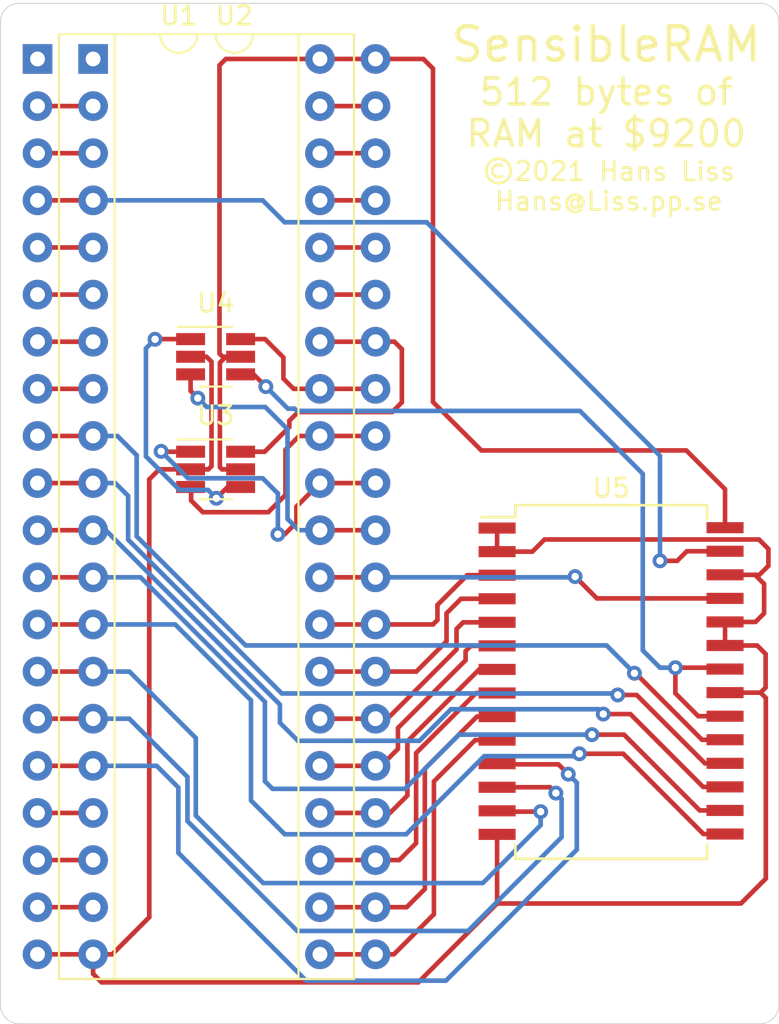
<source format=kicad_pcb>
(kicad_pcb (version 20171130) (host pcbnew "(5.1.10)-1")

  (general
    (thickness 1.6)
    (drawings 11)
    (tracks 312)
    (zones 0)
    (modules 5)
    (nets 42)
  )

  (page A4)
  (layers
    (0 F.Cu signal)
    (31 B.Cu signal)
    (32 B.Adhes user)
    (33 F.Adhes user)
    (34 B.Paste user)
    (35 F.Paste user)
    (36 B.SilkS user)
    (37 F.SilkS user)
    (38 B.Mask user)
    (39 F.Mask user)
    (40 Dwgs.User user)
    (41 Cmts.User user)
    (42 Eco1.User user)
    (43 Eco2.User user)
    (44 Edge.Cuts user)
    (45 Margin user)
    (46 B.CrtYd user)
    (47 F.CrtYd user)
    (48 B.Fab user)
    (49 F.Fab user)
  )

  (setup
    (last_trace_width 0.25)
    (trace_clearance 0.2)
    (zone_clearance 0.508)
    (zone_45_only no)
    (trace_min 0.2)
    (via_size 0.8)
    (via_drill 0.4)
    (via_min_size 0.4)
    (via_min_drill 0.3)
    (uvia_size 0.3)
    (uvia_drill 0.1)
    (uvias_allowed no)
    (uvia_min_size 0.2)
    (uvia_min_drill 0.1)
    (edge_width 0.05)
    (segment_width 0.2)
    (pcb_text_width 0.3)
    (pcb_text_size 1.5 1.5)
    (mod_edge_width 0.12)
    (mod_text_size 1 1)
    (mod_text_width 0.15)
    (pad_size 1.524 1.524)
    (pad_drill 0.762)
    (pad_to_mask_clearance 0)
    (aux_axis_origin 0 0)
    (visible_elements 7FFFFFFF)
    (pcbplotparams
      (layerselection 0x010fc_ffffffff)
      (usegerberextensions false)
      (usegerberattributes true)
      (usegerberadvancedattributes true)
      (creategerberjobfile true)
      (excludeedgelayer true)
      (linewidth 0.100000)
      (plotframeref false)
      (viasonmask false)
      (mode 1)
      (useauxorigin false)
      (hpglpennumber 1)
      (hpglpenspeed 20)
      (hpglpendiameter 15.000000)
      (psnegative false)
      (psa4output false)
      (plotreference true)
      (plotvalue true)
      (plotinvisibletext false)
      (padsonsilk false)
      (subtractmaskfromsilk false)
      (outputformat 1)
      (mirror false)
      (drillshape 0)
      (scaleselection 1)
      (outputdirectory "Gerber"))
  )

  (net 0 "")
  (net 1 VCC)
  (net 2 GND)
  (net 3 /P1)
  (net 4 /Aud)
  (net 5 /P2)
  (net 6 /PotY)
  (net 7 /LPen)
  (net 8 /PotX)
  (net 9 /PP2)
  (net 10 /D0)
  (net 11 /PP1)
  (net 12 /D1)
  (net 13 /A13)
  (net 14 /D2)
  (net 15 /A12)
  (net 16 /D3)
  (net 17 /A11)
  (net 18 /D4)
  (net 19 /A10)
  (net 20 /D5)
  (net 21 /A9)
  (net 22 /D6)
  (net 23 /A8)
  (net 24 /D7)
  (net 25 /A7)
  (net 26 /VD8)
  (net 27 /A6)
  (net 28 /VD9)
  (net 29 /A5)
  (net 30 /VD10)
  (net 31 /A4)
  (net 32 /VD11)
  (net 33 /A3)
  (net 34 /R~W)
  (net 35 /A2)
  (net 36 /LMS)
  (net 37 /A1)
  (net 38 /Chrm)
  (net 39 /A0)
  (net 40 "Net-(U3-Pad4)")
  (net 41 MSel)

  (net_class Default "This is the default net class."
    (clearance 0.2)
    (trace_width 0.25)
    (via_dia 0.8)
    (via_drill 0.4)
    (uvia_dia 0.3)
    (uvia_drill 0.1)
    (add_net /A0)
    (add_net /A1)
    (add_net /A10)
    (add_net /A11)
    (add_net /A12)
    (add_net /A13)
    (add_net /A2)
    (add_net /A3)
    (add_net /A4)
    (add_net /A5)
    (add_net /A6)
    (add_net /A7)
    (add_net /A8)
    (add_net /A9)
    (add_net /Aud)
    (add_net /Chrm)
    (add_net /D0)
    (add_net /D1)
    (add_net /D2)
    (add_net /D3)
    (add_net /D4)
    (add_net /D5)
    (add_net /D6)
    (add_net /D7)
    (add_net /LMS)
    (add_net /LPen)
    (add_net /P1)
    (add_net /P2)
    (add_net /PP1)
    (add_net /PP2)
    (add_net /PotX)
    (add_net /PotY)
    (add_net /R~W)
    (add_net /VD10)
    (add_net /VD11)
    (add_net /VD8)
    (add_net /VD9)
    (add_net GND)
    (add_net MSel)
    (add_net "Net-(U3-Pad4)")
    (add_net VCC)
  )

  (module VIC-20:SOP-28W_330mil_Pitch1.27mm (layer F.Cu) (tedit 613B38CD) (tstamp 613B2C36)
    (at 163.96 116.58)
    (descr "28-Lead Plastic Small Outline (SO) - Wide, 7.50 mm X 18.7 mm Body [SOIC] (https://www.akm.com/akm/en/file/datasheet/AK5394AVS.pdf)")
    (tags "SOIC 1.27")
    (path /614A9396)
    (attr smd)
    (fp_text reference U5 (at 0 -10.45) (layer F.SilkS)
      (effects (font (size 1 1) (thickness 0.15)))
    )
    (fp_text value CY62256-70PC (at 0 10.45) (layer F.Fab)
      (effects (font (size 1 1) (thickness 0.15)))
    )
    (fp_line (start -5.175 -8.875) (end -7 -8.875) (layer F.SilkS) (width 0.15))
    (fp_line (start -5.175 9.525) (end 5.175 9.525) (layer F.SilkS) (width 0.15))
    (fp_line (start -5.175 -9.525) (end 5.175 -9.525) (layer F.SilkS) (width 0.15))
    (fp_line (start -5.175 9.525) (end -5.175 8.78) (layer F.SilkS) (width 0.15))
    (fp_line (start 5.175 9.525) (end 5.175 8.78) (layer F.SilkS) (width 0.15))
    (fp_line (start 5.175 -9.525) (end 5.175 -8.78) (layer F.SilkS) (width 0.15))
    (fp_line (start -5.175 -9.525) (end -5.175 -8.875) (layer F.SilkS) (width 0.15))
    (fp_line (start -7.25 9.7) (end 7.25 9.7) (layer F.CrtYd) (width 0.05))
    (fp_line (start -7.25 -9.7) (end 7.25 -9.7) (layer F.CrtYd) (width 0.05))
    (fp_line (start 7.25 -9.7) (end 7.25 9.7) (layer F.CrtYd) (width 0.05))
    (fp_line (start -7.25 -9.7) (end -7.25 9.7) (layer F.CrtYd) (width 0.05))
    (fp_line (start -5.05 -8.25) (end -4.05 -9.25) (layer F.Fab) (width 0.15))
    (fp_line (start -5.05 9.25) (end -5.05 -8.25) (layer F.Fab) (width 0.15))
    (fp_line (start 5.05 9.25) (end -5.05 9.25) (layer F.Fab) (width 0.15))
    (fp_line (start 5.05 -9.25) (end 5.05 9.25) (layer F.Fab) (width 0.15))
    (fp_line (start -4.05 -9.25) (end 5.05 -9.25) (layer F.Fab) (width 0.15))
    (fp_text user %R (at 0 0) (layer F.Fab)
      (effects (font (size 1 1) (thickness 0.15)))
    )
    (pad 1 smd rect (at -6.16 -8.295) (size 2 0.6) (layers F.Cu F.Paste F.Mask)
      (net 2 GND))
    (pad 2 smd rect (at -6.16 -7.025) (size 2 0.6) (layers F.Cu F.Paste F.Mask)
      (net 2 GND))
    (pad 3 smd rect (at -6.16 -5.755) (size 2 0.6) (layers F.Cu F.Paste F.Mask)
      (net 25 /A7))
    (pad 4 smd rect (at -6.16 -4.485) (size 2 0.6) (layers F.Cu F.Paste F.Mask)
      (net 27 /A6))
    (pad 5 smd rect (at -6.16 -3.215) (size 2 0.6) (layers F.Cu F.Paste F.Mask)
      (net 29 /A5))
    (pad 6 smd rect (at -6.16 -1.945) (size 2 0.6) (layers F.Cu F.Paste F.Mask)
      (net 31 /A4))
    (pad 7 smd rect (at -6.16 -0.675) (size 2 0.6) (layers F.Cu F.Paste F.Mask)
      (net 33 /A3))
    (pad 8 smd rect (at -6.16 0.595) (size 2 0.6) (layers F.Cu F.Paste F.Mask)
      (net 35 /A2))
    (pad 9 smd rect (at -6.16 1.865) (size 2 0.6) (layers F.Cu F.Paste F.Mask)
      (net 37 /A1))
    (pad 10 smd rect (at -6.16 3.135) (size 2 0.6) (layers F.Cu F.Paste F.Mask)
      (net 39 /A0))
    (pad 11 smd rect (at -6.16 4.405) (size 2 0.6) (layers F.Cu F.Paste F.Mask)
      (net 10 /D0))
    (pad 12 smd rect (at -6.16 5.675) (size 2 0.6) (layers F.Cu F.Paste F.Mask)
      (net 12 /D1))
    (pad 13 smd rect (at -6.16 6.945) (size 2 0.6) (layers F.Cu F.Paste F.Mask)
      (net 14 /D2))
    (pad 14 smd rect (at -6.16 8.215) (size 2 0.6) (layers F.Cu F.Paste F.Mask)
      (net 2 GND))
    (pad 15 smd rect (at 6.14 8.195) (size 2 0.6) (layers F.Cu F.Paste F.Mask)
      (net 16 /D3))
    (pad 16 smd rect (at 6.14 6.925) (size 2 0.6) (layers F.Cu F.Paste F.Mask)
      (net 18 /D4))
    (pad 17 smd rect (at 6.14 5.655) (size 2 0.6) (layers F.Cu F.Paste F.Mask)
      (net 20 /D5))
    (pad 18 smd rect (at 6.14 4.385) (size 2 0.6) (layers F.Cu F.Paste F.Mask)
      (net 22 /D6))
    (pad 19 smd rect (at 6.14 3.115) (size 2 0.6) (layers F.Cu F.Paste F.Mask)
      (net 24 /D7))
    (pad 20 smd rect (at 6.14 1.845) (size 2 0.6) (layers F.Cu F.Paste F.Mask)
      (net 41 MSel))
    (pad 21 smd rect (at 6.14 0.575) (size 2 0.6) (layers F.Cu F.Paste F.Mask)
      (net 2 GND))
    (pad 22 smd rect (at 6.14 -0.695) (size 2 0.6) (layers F.Cu F.Paste F.Mask)
      (net 41 MSel))
    (pad 23 smd rect (at 6.14 -1.965) (size 2 0.6) (layers F.Cu F.Paste F.Mask)
      (net 2 GND))
    (pad 24 smd rect (at 6.14 -3.235) (size 2 0.6) (layers F.Cu F.Paste F.Mask)
      (net 2 GND))
    (pad 25 smd rect (at 6.14 -4.505) (size 2 0.6) (layers F.Cu F.Paste F.Mask)
      (net 23 /A8))
    (pad 26 smd rect (at 6.14 -5.775) (size 2 0.6) (layers F.Cu F.Paste F.Mask)
      (net 2 GND))
    (pad 27 smd rect (at 6.14 -7.045) (size 2 0.6) (layers F.Cu F.Paste F.Mask)
      (net 34 /R~W))
    (pad 28 smd rect (at 6.14 -8.315) (size 2 0.6) (layers F.Cu F.Paste F.Mask)
      (net 1 VCC))
    (model ${KISYS3DMOD}/Housings_SOIC.3dshapes/SOIC-28W_7.5x18.7mm_Pitch1.27mm.wrl
      (at (xyz 0 0 0))
      (scale (xyz 1 1 1))
      (rotate (xyz 0 0 0))
    )
  )

  (module TO_SOT_Packages_SMD:SOT-23-6_Handsoldering (layer F.Cu) (tedit 58CE4E7E) (tstamp 613B2BEF)
    (at 142.61 105.12)
    (descr "6-pin SOT-23 package, Handsoldering")
    (tags "SOT-23-6 Handsoldering")
    (path /6179A10B)
    (attr smd)
    (fp_text reference U3 (at 0 -2.9) (layer F.SilkS)
      (effects (font (size 1 1) (thickness 0.15)))
    )
    (fp_text value SN74LVC1G27DBVR (at 0 2.9) (layer F.Fab)
      (effects (font (size 1 1) (thickness 0.15)))
    )
    (fp_line (start -0.9 1.61) (end 0.9 1.61) (layer F.SilkS) (width 0.12))
    (fp_line (start 0.9 -1.61) (end -2.05 -1.61) (layer F.SilkS) (width 0.12))
    (fp_line (start -2.4 1.8) (end -2.4 -1.8) (layer F.CrtYd) (width 0.05))
    (fp_line (start 2.4 1.8) (end -2.4 1.8) (layer F.CrtYd) (width 0.05))
    (fp_line (start 2.4 -1.8) (end 2.4 1.8) (layer F.CrtYd) (width 0.05))
    (fp_line (start -2.4 -1.8) (end 2.4 -1.8) (layer F.CrtYd) (width 0.05))
    (fp_line (start -0.9 -0.9) (end -0.25 -1.55) (layer F.Fab) (width 0.1))
    (fp_line (start 0.9 -1.55) (end -0.25 -1.55) (layer F.Fab) (width 0.1))
    (fp_line (start -0.9 -0.9) (end -0.9 1.55) (layer F.Fab) (width 0.1))
    (fp_line (start 0.9 1.55) (end -0.9 1.55) (layer F.Fab) (width 0.1))
    (fp_line (start 0.9 -1.55) (end 0.9 1.55) (layer F.Fab) (width 0.1))
    (fp_text user %R (at 0 0 90) (layer F.Fab)
      (effects (font (size 0.5 0.5) (thickness 0.075)))
    )
    (pad 1 smd rect (at -1.35 -0.95) (size 1.56 0.65) (layers F.Cu F.Paste F.Mask)
      (net 19 /A10))
    (pad 2 smd rect (at -1.35 0) (size 1.56 0.65) (layers F.Cu F.Paste F.Mask)
      (net 2 GND))
    (pad 3 smd rect (at -1.35 0.95) (size 1.56 0.65) (layers F.Cu F.Paste F.Mask)
      (net 17 /A11))
    (pad 4 smd rect (at 1.35 0.95) (size 1.56 0.65) (layers F.Cu F.Paste F.Mask)
      (net 40 "Net-(U3-Pad4)"))
    (pad 6 smd rect (at 1.35 -0.95) (size 1.56 0.65) (layers F.Cu F.Paste F.Mask)
      (net 13 /A13))
    (pad 5 smd rect (at 1.35 0) (size 1.56 0.65) (layers F.Cu F.Paste F.Mask)
      (net 1 VCC))
    (model ${KISYS3DMOD}/TO_SOT_Packages_SMD.3dshapes/SOT-23-6.wrl
      (at (xyz 0 0 0))
      (scale (xyz 1 1 1))
      (rotate (xyz 0 0 0))
    )
  )

  (module TO_SOT_Packages_SMD:SOT-23-6_Handsoldering (layer F.Cu) (tedit 58CE4E7E) (tstamp 613B2C05)
    (at 142.61 99.05)
    (descr "6-pin SOT-23 package, Handsoldering")
    (tags "SOT-23-6 Handsoldering")
    (path /617852AA)
    (attr smd)
    (fp_text reference U4 (at 0 -2.9) (layer F.SilkS)
      (effects (font (size 1 1) (thickness 0.15)))
    )
    (fp_text value SN74LVC1G10DBVR (at 0 2.9) (layer F.Fab)
      (effects (font (size 1 1) (thickness 0.15)))
    )
    (fp_line (start 0.9 -1.55) (end 0.9 1.55) (layer F.Fab) (width 0.1))
    (fp_line (start 0.9 1.55) (end -0.9 1.55) (layer F.Fab) (width 0.1))
    (fp_line (start -0.9 -0.9) (end -0.9 1.55) (layer F.Fab) (width 0.1))
    (fp_line (start 0.9 -1.55) (end -0.25 -1.55) (layer F.Fab) (width 0.1))
    (fp_line (start -0.9 -0.9) (end -0.25 -1.55) (layer F.Fab) (width 0.1))
    (fp_line (start -2.4 -1.8) (end 2.4 -1.8) (layer F.CrtYd) (width 0.05))
    (fp_line (start 2.4 -1.8) (end 2.4 1.8) (layer F.CrtYd) (width 0.05))
    (fp_line (start 2.4 1.8) (end -2.4 1.8) (layer F.CrtYd) (width 0.05))
    (fp_line (start -2.4 1.8) (end -2.4 -1.8) (layer F.CrtYd) (width 0.05))
    (fp_line (start 0.9 -1.61) (end -2.05 -1.61) (layer F.SilkS) (width 0.12))
    (fp_line (start -0.9 1.61) (end 0.9 1.61) (layer F.SilkS) (width 0.12))
    (fp_text user %R (at 0 0 90) (layer F.Fab)
      (effects (font (size 0.5 0.5) (thickness 0.075)))
    )
    (pad 5 smd rect (at 1.35 0) (size 1.56 0.65) (layers F.Cu F.Paste F.Mask)
      (net 1 VCC))
    (pad 6 smd rect (at 1.35 -0.95) (size 1.56 0.65) (layers F.Cu F.Paste F.Mask)
      (net 15 /A12))
    (pad 4 smd rect (at 1.35 0.95) (size 1.56 0.65) (layers F.Cu F.Paste F.Mask)
      (net 41 MSel))
    (pad 3 smd rect (at -1.35 0.95) (size 1.56 0.65) (layers F.Cu F.Paste F.Mask)
      (net 21 /A9))
    (pad 2 smd rect (at -1.35 0) (size 1.56 0.65) (layers F.Cu F.Paste F.Mask)
      (net 2 GND))
    (pad 1 smd rect (at -1.35 -0.95) (size 1.56 0.65) (layers F.Cu F.Paste F.Mask)
      (net 40 "Net-(U3-Pad4)"))
    (model ${KISYS3DMOD}/TO_SOT_Packages_SMD.3dshapes/SOT-23-6.wrl
      (at (xyz 0 0 0))
      (scale (xyz 1 1 1))
      (rotate (xyz 0 0 0))
    )
  )

  (module Housings_DIP:DIP-40_W15.24mm (layer F.Cu) (tedit 59C78D6C) (tstamp 613B2EC1)
    (at 133 83)
    (descr "40-lead though-hole mounted DIP package, row spacing 15.24 mm (600 mils)")
    (tags "THT DIP DIL PDIP 2.54mm 15.24mm 600mil")
    (path /613B5A4D)
    (fp_text reference U1 (at 7.62 -2.33) (layer F.SilkS)
      (effects (font (size 1 1) (thickness 0.15)))
    )
    (fp_text value MOS6561_socket (at 7.62 50.59) (layer F.Fab)
      (effects (font (size 1 1) (thickness 0.15)))
    )
    (fp_line (start 16.3 -1.55) (end -1.05 -1.55) (layer F.CrtYd) (width 0.05))
    (fp_line (start 16.3 49.8) (end 16.3 -1.55) (layer F.CrtYd) (width 0.05))
    (fp_line (start -1.05 49.8) (end 16.3 49.8) (layer F.CrtYd) (width 0.05))
    (fp_line (start -1.05 -1.55) (end -1.05 49.8) (layer F.CrtYd) (width 0.05))
    (fp_line (start 14.08 -1.33) (end 8.62 -1.33) (layer F.SilkS) (width 0.12))
    (fp_line (start 14.08 49.59) (end 14.08 -1.33) (layer F.SilkS) (width 0.12))
    (fp_line (start 1.16 49.59) (end 14.08 49.59) (layer F.SilkS) (width 0.12))
    (fp_line (start 1.16 -1.33) (end 1.16 49.59) (layer F.SilkS) (width 0.12))
    (fp_line (start 6.62 -1.33) (end 1.16 -1.33) (layer F.SilkS) (width 0.12))
    (fp_line (start 0.255 -0.27) (end 1.255 -1.27) (layer F.Fab) (width 0.1))
    (fp_line (start 0.255 49.53) (end 0.255 -0.27) (layer F.Fab) (width 0.1))
    (fp_line (start 14.985 49.53) (end 0.255 49.53) (layer F.Fab) (width 0.1))
    (fp_line (start 14.985 -1.27) (end 14.985 49.53) (layer F.Fab) (width 0.1))
    (fp_line (start 1.255 -1.27) (end 14.985 -1.27) (layer F.Fab) (width 0.1))
    (fp_text user %R (at 7.62 24.13) (layer F.Fab)
      (effects (font (size 1 1) (thickness 0.15)))
    )
    (fp_arc (start 7.62 -1.33) (end 6.62 -1.33) (angle -180) (layer F.SilkS) (width 0.12))
    (pad 40 thru_hole oval (at 15.24 0) (size 1.6 1.6) (drill 0.8) (layers *.Cu *.Mask)
      (net 1 VCC))
    (pad 20 thru_hole oval (at 0 48.26) (size 1.6 1.6) (drill 0.8) (layers *.Cu *.Mask)
      (net 2 GND))
    (pad 39 thru_hole oval (at 15.24 2.54) (size 1.6 1.6) (drill 0.8) (layers *.Cu *.Mask)
      (net 3 /P1))
    (pad 19 thru_hole oval (at 0 45.72) (size 1.6 1.6) (drill 0.8) (layers *.Cu *.Mask)
      (net 4 /Aud))
    (pad 38 thru_hole oval (at 15.24 5.08) (size 1.6 1.6) (drill 0.8) (layers *.Cu *.Mask)
      (net 5 /P2))
    (pad 18 thru_hole oval (at 0 43.18) (size 1.6 1.6) (drill 0.8) (layers *.Cu *.Mask)
      (net 6 /PotY))
    (pad 37 thru_hole oval (at 15.24 7.62) (size 1.6 1.6) (drill 0.8) (layers *.Cu *.Mask)
      (net 7 /LPen))
    (pad 17 thru_hole oval (at 0 40.64) (size 1.6 1.6) (drill 0.8) (layers *.Cu *.Mask)
      (net 8 /PotX))
    (pad 36 thru_hole oval (at 15.24 10.16) (size 1.6 1.6) (drill 0.8) (layers *.Cu *.Mask)
      (net 9 /PP2))
    (pad 16 thru_hole oval (at 0 38.1) (size 1.6 1.6) (drill 0.8) (layers *.Cu *.Mask)
      (net 10 /D0))
    (pad 35 thru_hole oval (at 15.24 12.7) (size 1.6 1.6) (drill 0.8) (layers *.Cu *.Mask)
      (net 11 /PP1))
    (pad 15 thru_hole oval (at 0 35.56) (size 1.6 1.6) (drill 0.8) (layers *.Cu *.Mask)
      (net 12 /D1))
    (pad 34 thru_hole oval (at 15.24 15.24) (size 1.6 1.6) (drill 0.8) (layers *.Cu *.Mask)
      (net 13 /A13))
    (pad 14 thru_hole oval (at 0 33.02) (size 1.6 1.6) (drill 0.8) (layers *.Cu *.Mask)
      (net 14 /D2))
    (pad 33 thru_hole oval (at 15.24 17.78) (size 1.6 1.6) (drill 0.8) (layers *.Cu *.Mask)
      (net 15 /A12))
    (pad 13 thru_hole oval (at 0 30.48) (size 1.6 1.6) (drill 0.8) (layers *.Cu *.Mask)
      (net 16 /D3))
    (pad 32 thru_hole oval (at 15.24 20.32) (size 1.6 1.6) (drill 0.8) (layers *.Cu *.Mask)
      (net 17 /A11))
    (pad 12 thru_hole oval (at 0 27.94) (size 1.6 1.6) (drill 0.8) (layers *.Cu *.Mask)
      (net 18 /D4))
    (pad 31 thru_hole oval (at 15.24 22.86) (size 1.6 1.6) (drill 0.8) (layers *.Cu *.Mask)
      (net 19 /A10))
    (pad 11 thru_hole oval (at 0 25.4) (size 1.6 1.6) (drill 0.8) (layers *.Cu *.Mask)
      (net 20 /D5))
    (pad 30 thru_hole oval (at 15.24 25.4) (size 1.6 1.6) (drill 0.8) (layers *.Cu *.Mask)
      (net 21 /A9))
    (pad 10 thru_hole oval (at 0 22.86) (size 1.6 1.6) (drill 0.8) (layers *.Cu *.Mask)
      (net 22 /D6))
    (pad 29 thru_hole oval (at 15.24 27.94) (size 1.6 1.6) (drill 0.8) (layers *.Cu *.Mask)
      (net 23 /A8))
    (pad 9 thru_hole oval (at 0 20.32) (size 1.6 1.6) (drill 0.8) (layers *.Cu *.Mask)
      (net 24 /D7))
    (pad 28 thru_hole oval (at 15.24 30.48) (size 1.6 1.6) (drill 0.8) (layers *.Cu *.Mask)
      (net 25 /A7))
    (pad 8 thru_hole oval (at 0 17.78) (size 1.6 1.6) (drill 0.8) (layers *.Cu *.Mask)
      (net 26 /VD8))
    (pad 27 thru_hole oval (at 15.24 33.02) (size 1.6 1.6) (drill 0.8) (layers *.Cu *.Mask)
      (net 27 /A6))
    (pad 7 thru_hole oval (at 0 15.24) (size 1.6 1.6) (drill 0.8) (layers *.Cu *.Mask)
      (net 28 /VD9))
    (pad 26 thru_hole oval (at 15.24 35.56) (size 1.6 1.6) (drill 0.8) (layers *.Cu *.Mask)
      (net 29 /A5))
    (pad 6 thru_hole oval (at 0 12.7) (size 1.6 1.6) (drill 0.8) (layers *.Cu *.Mask)
      (net 30 /VD10))
    (pad 25 thru_hole oval (at 15.24 38.1) (size 1.6 1.6) (drill 0.8) (layers *.Cu *.Mask)
      (net 31 /A4))
    (pad 5 thru_hole oval (at 0 10.16) (size 1.6 1.6) (drill 0.8) (layers *.Cu *.Mask)
      (net 32 /VD11))
    (pad 24 thru_hole oval (at 15.24 40.64) (size 1.6 1.6) (drill 0.8) (layers *.Cu *.Mask)
      (net 33 /A3))
    (pad 4 thru_hole oval (at 0 7.62) (size 1.6 1.6) (drill 0.8) (layers *.Cu *.Mask)
      (net 34 /R~W))
    (pad 23 thru_hole oval (at 15.24 43.18) (size 1.6 1.6) (drill 0.8) (layers *.Cu *.Mask)
      (net 35 /A2))
    (pad 3 thru_hole oval (at 0 5.08) (size 1.6 1.6) (drill 0.8) (layers *.Cu *.Mask)
      (net 36 /LMS))
    (pad 22 thru_hole oval (at 15.24 45.72) (size 1.6 1.6) (drill 0.8) (layers *.Cu *.Mask)
      (net 37 /A1))
    (pad 2 thru_hole oval (at 0 2.54) (size 1.6 1.6) (drill 0.8) (layers *.Cu *.Mask)
      (net 38 /Chrm))
    (pad 21 thru_hole oval (at 15.24 48.26) (size 1.6 1.6) (drill 0.8) (layers *.Cu *.Mask)
      (net 39 /A0))
    (pad 1 thru_hole rect (at 0 0) (size 1.6 1.6) (drill 0.8) (layers *.Cu *.Mask))
    (model ${KISYS3DMOD}/Housings_DIP.3dshapes/DIP-40_W15.24mm.wrl
      (at (xyz 0 0 0))
      (scale (xyz 1 1 1))
      (rotate (xyz 0 0 0))
    )
  )

  (module Housings_DIP:DIP-40_W15.24mm (layer F.Cu) (tedit 59C78D6C) (tstamp 613B2EFC)
    (at 136 83)
    (descr "40-lead though-hole mounted DIP package, row spacing 15.24 mm (600 mils)")
    (tags "THT DIP DIL PDIP 2.54mm 15.24mm 600mil")
    (path /613B64D0)
    (fp_text reference U2 (at 7.62 -2.33) (layer F.SilkS)
      (effects (font (size 1 1) (thickness 0.15)))
    )
    (fp_text value MOS6561 (at 7.62 50.59) (layer F.Fab)
      (effects (font (size 1 1) (thickness 0.15)))
    )
    (fp_line (start 1.255 -1.27) (end 14.985 -1.27) (layer F.Fab) (width 0.1))
    (fp_line (start 14.985 -1.27) (end 14.985 49.53) (layer F.Fab) (width 0.1))
    (fp_line (start 14.985 49.53) (end 0.255 49.53) (layer F.Fab) (width 0.1))
    (fp_line (start 0.255 49.53) (end 0.255 -0.27) (layer F.Fab) (width 0.1))
    (fp_line (start 0.255 -0.27) (end 1.255 -1.27) (layer F.Fab) (width 0.1))
    (fp_line (start 6.62 -1.33) (end 1.16 -1.33) (layer F.SilkS) (width 0.12))
    (fp_line (start 1.16 -1.33) (end 1.16 49.59) (layer F.SilkS) (width 0.12))
    (fp_line (start 1.16 49.59) (end 14.08 49.59) (layer F.SilkS) (width 0.12))
    (fp_line (start 14.08 49.59) (end 14.08 -1.33) (layer F.SilkS) (width 0.12))
    (fp_line (start 14.08 -1.33) (end 8.62 -1.33) (layer F.SilkS) (width 0.12))
    (fp_line (start -1.05 -1.55) (end -1.05 49.8) (layer F.CrtYd) (width 0.05))
    (fp_line (start -1.05 49.8) (end 16.3 49.8) (layer F.CrtYd) (width 0.05))
    (fp_line (start 16.3 49.8) (end 16.3 -1.55) (layer F.CrtYd) (width 0.05))
    (fp_line (start 16.3 -1.55) (end -1.05 -1.55) (layer F.CrtYd) (width 0.05))
    (fp_arc (start 7.62 -1.33) (end 6.62 -1.33) (angle -180) (layer F.SilkS) (width 0.12))
    (fp_text user %R (at 7.62 24.13) (layer F.Fab)
      (effects (font (size 1 1) (thickness 0.15)))
    )
    (pad 1 thru_hole rect (at 0 0) (size 1.6 1.6) (drill 0.8) (layers *.Cu *.Mask))
    (pad 21 thru_hole oval (at 15.24 48.26) (size 1.6 1.6) (drill 0.8) (layers *.Cu *.Mask)
      (net 39 /A0))
    (pad 2 thru_hole oval (at 0 2.54) (size 1.6 1.6) (drill 0.8) (layers *.Cu *.Mask)
      (net 38 /Chrm))
    (pad 22 thru_hole oval (at 15.24 45.72) (size 1.6 1.6) (drill 0.8) (layers *.Cu *.Mask)
      (net 37 /A1))
    (pad 3 thru_hole oval (at 0 5.08) (size 1.6 1.6) (drill 0.8) (layers *.Cu *.Mask)
      (net 36 /LMS))
    (pad 23 thru_hole oval (at 15.24 43.18) (size 1.6 1.6) (drill 0.8) (layers *.Cu *.Mask)
      (net 35 /A2))
    (pad 4 thru_hole oval (at 0 7.62) (size 1.6 1.6) (drill 0.8) (layers *.Cu *.Mask)
      (net 34 /R~W))
    (pad 24 thru_hole oval (at 15.24 40.64) (size 1.6 1.6) (drill 0.8) (layers *.Cu *.Mask)
      (net 33 /A3))
    (pad 5 thru_hole oval (at 0 10.16) (size 1.6 1.6) (drill 0.8) (layers *.Cu *.Mask)
      (net 32 /VD11))
    (pad 25 thru_hole oval (at 15.24 38.1) (size 1.6 1.6) (drill 0.8) (layers *.Cu *.Mask)
      (net 31 /A4))
    (pad 6 thru_hole oval (at 0 12.7) (size 1.6 1.6) (drill 0.8) (layers *.Cu *.Mask)
      (net 30 /VD10))
    (pad 26 thru_hole oval (at 15.24 35.56) (size 1.6 1.6) (drill 0.8) (layers *.Cu *.Mask)
      (net 29 /A5))
    (pad 7 thru_hole oval (at 0 15.24) (size 1.6 1.6) (drill 0.8) (layers *.Cu *.Mask)
      (net 28 /VD9))
    (pad 27 thru_hole oval (at 15.24 33.02) (size 1.6 1.6) (drill 0.8) (layers *.Cu *.Mask)
      (net 27 /A6))
    (pad 8 thru_hole oval (at 0 17.78) (size 1.6 1.6) (drill 0.8) (layers *.Cu *.Mask)
      (net 26 /VD8))
    (pad 28 thru_hole oval (at 15.24 30.48) (size 1.6 1.6) (drill 0.8) (layers *.Cu *.Mask)
      (net 25 /A7))
    (pad 9 thru_hole oval (at 0 20.32) (size 1.6 1.6) (drill 0.8) (layers *.Cu *.Mask)
      (net 24 /D7))
    (pad 29 thru_hole oval (at 15.24 27.94) (size 1.6 1.6) (drill 0.8) (layers *.Cu *.Mask)
      (net 23 /A8))
    (pad 10 thru_hole oval (at 0 22.86) (size 1.6 1.6) (drill 0.8) (layers *.Cu *.Mask)
      (net 22 /D6))
    (pad 30 thru_hole oval (at 15.24 25.4) (size 1.6 1.6) (drill 0.8) (layers *.Cu *.Mask)
      (net 21 /A9))
    (pad 11 thru_hole oval (at 0 25.4) (size 1.6 1.6) (drill 0.8) (layers *.Cu *.Mask)
      (net 20 /D5))
    (pad 31 thru_hole oval (at 15.24 22.86) (size 1.6 1.6) (drill 0.8) (layers *.Cu *.Mask)
      (net 19 /A10))
    (pad 12 thru_hole oval (at 0 27.94) (size 1.6 1.6) (drill 0.8) (layers *.Cu *.Mask)
      (net 18 /D4))
    (pad 32 thru_hole oval (at 15.24 20.32) (size 1.6 1.6) (drill 0.8) (layers *.Cu *.Mask)
      (net 17 /A11))
    (pad 13 thru_hole oval (at 0 30.48) (size 1.6 1.6) (drill 0.8) (layers *.Cu *.Mask)
      (net 16 /D3))
    (pad 33 thru_hole oval (at 15.24 17.78) (size 1.6 1.6) (drill 0.8) (layers *.Cu *.Mask)
      (net 15 /A12))
    (pad 14 thru_hole oval (at 0 33.02) (size 1.6 1.6) (drill 0.8) (layers *.Cu *.Mask)
      (net 14 /D2))
    (pad 34 thru_hole oval (at 15.24 15.24) (size 1.6 1.6) (drill 0.8) (layers *.Cu *.Mask)
      (net 13 /A13))
    (pad 15 thru_hole oval (at 0 35.56) (size 1.6 1.6) (drill 0.8) (layers *.Cu *.Mask)
      (net 12 /D1))
    (pad 35 thru_hole oval (at 15.24 12.7) (size 1.6 1.6) (drill 0.8) (layers *.Cu *.Mask)
      (net 11 /PP1))
    (pad 16 thru_hole oval (at 0 38.1) (size 1.6 1.6) (drill 0.8) (layers *.Cu *.Mask)
      (net 10 /D0))
    (pad 36 thru_hole oval (at 15.24 10.16) (size 1.6 1.6) (drill 0.8) (layers *.Cu *.Mask)
      (net 9 /PP2))
    (pad 17 thru_hole oval (at 0 40.64) (size 1.6 1.6) (drill 0.8) (layers *.Cu *.Mask)
      (net 8 /PotX))
    (pad 37 thru_hole oval (at 15.24 7.62) (size 1.6 1.6) (drill 0.8) (layers *.Cu *.Mask)
      (net 7 /LPen))
    (pad 18 thru_hole oval (at 0 43.18) (size 1.6 1.6) (drill 0.8) (layers *.Cu *.Mask)
      (net 6 /PotY))
    (pad 38 thru_hole oval (at 15.24 5.08) (size 1.6 1.6) (drill 0.8) (layers *.Cu *.Mask)
      (net 5 /P2))
    (pad 19 thru_hole oval (at 0 45.72) (size 1.6 1.6) (drill 0.8) (layers *.Cu *.Mask)
      (net 4 /Aud))
    (pad 39 thru_hole oval (at 15.24 2.54) (size 1.6 1.6) (drill 0.8) (layers *.Cu *.Mask)
      (net 3 /P1))
    (pad 20 thru_hole oval (at 0 48.26) (size 1.6 1.6) (drill 0.8) (layers *.Cu *.Mask)
      (net 2 GND))
    (pad 40 thru_hole oval (at 15.24 0) (size 1.6 1.6) (drill 0.8) (layers *.Cu *.Mask)
      (net 1 VCC))
    (model ${KISYS3DMOD}/Housings_DIP.3dshapes/DIP-40_W15.24mm.wrl
      (at (xyz 0 0 0))
      (scale (xyz 1 1 1))
      (rotate (xyz 0 0 0))
    )
  )

  (gr_text "©2021 Hans Liss\nHans@Liss.pp.se" (at 163.83 89.86) (layer F.SilkS)
    (effects (font (size 1 1) (thickness 0.15)))
  )
  (gr_text "512 bytes of\nRAM at $9200" (at 163.69 85.91) (layer F.SilkS)
    (effects (font (size 1.4 1.4) (thickness 0.2)))
  )
  (gr_text SensibleRAM (at 163.69 82.22) (layer F.SilkS)
    (effects (font (size 1.8 1.8) (thickness 0.25)))
  )
  (gr_arc (start 172 81) (end 173 81) (angle -90) (layer Edge.Cuts) (width 0.05))
  (gr_arc (start 172 134) (end 172 135) (angle -90) (layer Edge.Cuts) (width 0.05))
  (gr_arc (start 132 134) (end 131 134) (angle -90) (layer Edge.Cuts) (width 0.05))
  (gr_arc (start 132 81) (end 132 80) (angle -90) (layer Edge.Cuts) (width 0.05))
  (gr_line (start 131 134) (end 131 81) (layer Edge.Cuts) (width 0.05) (tstamp 613B4046))
  (gr_line (start 172 135) (end 132 135) (layer Edge.Cuts) (width 0.05))
  (gr_line (start 173 81) (end 173 134) (layer Edge.Cuts) (width 0.05))
  (gr_line (start 132 80) (end 172 80) (layer Edge.Cuts) (width 0.05))

  (segment (start 148.24 83) (end 151.24 83) (width 0.25) (layer F.Cu) (net 1) (status 30))
  (segment (start 144.07 99.07) (end 143.38 99.07) (width 0.25) (layer F.Cu) (net 1) (status 30))
  (segment (start 144.07 99.07) (end 143.290009 99.07) (width 0.25) (layer F.Cu) (net 1) (status 30))
  (segment (start 143.96 99.05) (end 143.27001 99.05) (width 0.25) (layer F.Cu) (net 1) (status 30))
  (segment (start 143.96 99.05) (end 143.16001 99.05) (width 0.25) (layer F.Cu) (net 1) (status 10))
  (segment (start 143.16001 99.05) (end 142.840009 99.370001) (width 0.25) (layer F.Cu) (net 1))
  (segment (start 142.840009 99.370001) (end 142.840009 105.000009) (width 0.25) (layer F.Cu) (net 1))
  (segment (start 142.96 105.12) (end 143.96 105.12) (width 0.25) (layer F.Cu) (net 1) (status 20))
  (segment (start 142.840009 105.000009) (end 142.96 105.12) (width 0.25) (layer F.Cu) (net 1))
  (segment (start 143.96 99.05) (end 142.99 99.05) (width 0.25) (layer F.Cu) (net 1) (status 10))
  (segment (start 142.99 99.05) (end 142.82 98.88) (width 0.25) (layer F.Cu) (net 1))
  (segment (start 142.82 98.88) (end 142.82 83.34) (width 0.25) (layer F.Cu) (net 1))
  (segment (start 143.16 83) (end 148.24 83) (width 0.25) (layer F.Cu) (net 1) (status 20))
  (segment (start 142.82 83.34) (end 143.16 83) (width 0.25) (layer F.Cu) (net 1))
  (segment (start 170.1 108.265) (end 170.1 106.19) (width 0.25) (layer F.Cu) (net 1) (status 10))
  (segment (start 170.1 106.19) (end 168.01 104.1) (width 0.25) (layer F.Cu) (net 1))
  (segment (start 168.01 104.1) (end 156.95 104.1) (width 0.25) (layer F.Cu) (net 1))
  (segment (start 156.95 104.1) (end 154.34 101.49) (width 0.25) (layer F.Cu) (net 1))
  (segment (start 154.34 101.49) (end 154.34 83.52) (width 0.25) (layer F.Cu) (net 1))
  (segment (start 153.82 83) (end 151.24 83) (width 0.25) (layer F.Cu) (net 1) (status 20))
  (segment (start 154.34 83.52) (end 153.82 83) (width 0.25) (layer F.Cu) (net 1))
  (segment (start 136 131.26) (end 133 131.26) (width 0.25) (layer F.Cu) (net 2) (status 30))
  (segment (start 141.26 99.05) (end 142.12 99.05) (width 0.25) (layer F.Cu) (net 2) (status 10))
  (segment (start 142.12 99.05) (end 142.39 99.32) (width 0.25) (layer F.Cu) (net 2))
  (segment (start 142.39 99.32) (end 142.39 104.95) (width 0.25) (layer F.Cu) (net 2))
  (segment (start 142.22 105.12) (end 141.26 105.12) (width 0.25) (layer F.Cu) (net 2) (status 20))
  (segment (start 142.39 104.95) (end 142.22 105.12) (width 0.25) (layer F.Cu) (net 2))
  (segment (start 136 131.26) (end 137.03 131.26) (width 0.25) (layer F.Cu) (net 2) (status 10))
  (segment (start 137.03 131.26) (end 139.03 129.26) (width 0.25) (layer F.Cu) (net 2))
  (segment (start 139.03 129.26) (end 139.03 105.66) (width 0.25) (layer F.Cu) (net 2))
  (segment (start 139.57 105.12) (end 141.26 105.12) (width 0.25) (layer F.Cu) (net 2) (status 20))
  (segment (start 139.03 105.66) (end 139.57 105.12) (width 0.25) (layer F.Cu) (net 2))
  (segment (start 157.8 124.795) (end 157.8 128.52) (width 0.25) (layer F.Cu) (net 2) (status 10))
  (segment (start 157.8 128.52) (end 153.55 132.77) (width 0.25) (layer F.Cu) (net 2))
  (segment (start 153.55 132.77) (end 136.46 132.77) (width 0.25) (layer F.Cu) (net 2))
  (segment (start 136 132.31) (end 136 131.26) (width 0.25) (layer F.Cu) (net 2) (status 20))
  (segment (start 136.46 132.77) (end 136 132.31) (width 0.25) (layer F.Cu) (net 2))
  (segment (start 172.015 117.155) (end 170.1 117.155) (width 0.25) (layer F.Cu) (net 2) (status 20))
  (segment (start 171.835 114.615) (end 170.1 114.615) (width 0.25) (layer F.Cu) (net 2) (status 20))
  (segment (start 171.745 113.345) (end 170.1 113.345) (width 0.25) (layer F.Cu) (net 2) (status 20))
  (segment (start 172.29 115.07) (end 171.835 114.615) (width 0.25) (layer F.Cu) (net 2))
  (segment (start 172.29 116.88) (end 172.29 115.07) (width 0.25) (layer F.Cu) (net 2))
  (segment (start 172.015 117.155) (end 172.29 116.88) (width 0.25) (layer F.Cu) (net 2))
  (segment (start 172.3 117.44) (end 172.015 117.155) (width 0.25) (layer F.Cu) (net 2))
  (segment (start 172.3 127.18) (end 172.3 117.44) (width 0.25) (layer F.Cu) (net 2))
  (segment (start 170.96 128.52) (end 172.3 127.18) (width 0.25) (layer F.Cu) (net 2))
  (segment (start 157.8 128.52) (end 170.96 128.52) (width 0.25) (layer F.Cu) (net 2))
  (segment (start 172.21 111.3) (end 171.715 110.805) (width 0.25) (layer F.Cu) (net 2))
  (segment (start 171.715 110.805) (end 170.1 110.805) (width 0.25) (layer F.Cu) (net 2) (status 20))
  (segment (start 172.21 112.88) (end 172.21 111.3) (width 0.25) (layer F.Cu) (net 2))
  (segment (start 171.745 113.345) (end 172.21 112.88) (width 0.25) (layer F.Cu) (net 2))
  (segment (start 171.715 110.805) (end 171.955 110.805) (width 0.25) (layer F.Cu) (net 2))
  (segment (start 171.955 110.805) (end 172.44 110.32) (width 0.25) (layer F.Cu) (net 2))
  (segment (start 172.44 110.32) (end 172.44 109.41) (width 0.25) (layer F.Cu) (net 2))
  (segment (start 172.44 109.41) (end 171.93 108.9) (width 0.25) (layer F.Cu) (net 2))
  (segment (start 171.93 108.9) (end 160.36 108.9) (width 0.25) (layer F.Cu) (net 2))
  (segment (start 159.705 109.555) (end 157.8 109.555) (width 0.25) (layer F.Cu) (net 2) (status 20))
  (segment (start 160.36 108.9) (end 159.705 109.555) (width 0.25) (layer F.Cu) (net 2))
  (segment (start 157.8 109.555) (end 157.8 108.285) (width 0.25) (layer F.Cu) (net 2) (status 30))
  (segment (start 170.1 114.615) (end 170.1 113.345) (width 0.25) (layer F.Cu) (net 2) (status 30))
  (segment (start 148.24 85.54) (end 151.24 85.54) (width 0.25) (layer F.Cu) (net 3) (status 30))
  (segment (start 133 128.72) (end 136 128.72) (width 0.25) (layer F.Cu) (net 4) (status 30))
  (segment (start 148.24 88.08) (end 151.24 88.08) (width 0.25) (layer F.Cu) (net 5) (status 30))
  (segment (start 136 126.18) (end 133 126.18) (width 0.25) (layer F.Cu) (net 6) (status 30))
  (segment (start 148.24 90.62) (end 151.24 90.62) (width 0.25) (layer F.Cu) (net 7) (status 30))
  (segment (start 133 123.64) (end 136 123.64) (width 0.25) (layer F.Cu) (net 8) (status 30))
  (segment (start 148.24 93.16) (end 151.24 93.16) (width 0.25) (layer F.Cu) (net 9) (status 30))
  (segment (start 136 121.1) (end 133 121.1) (width 0.25) (layer F.Cu) (net 10) (status 30))
  (segment (start 161.11 121.02) (end 157.835 121.02) (width 0.25) (layer F.Cu) (net 10))
  (segment (start 157.835 121.02) (end 157.8 120.985) (width 0.25) (layer F.Cu) (net 10))
  (segment (start 161.64 121.55) (end 161.11 121.02) (width 0.25) (layer F.Cu) (net 10))
  (segment (start 139.43 121.1) (end 136 121.1) (width 0.25) (layer B.Cu) (net 10))
  (segment (start 140.6 122.27) (end 139.43 121.1) (width 0.25) (layer B.Cu) (net 10))
  (segment (start 140.6 125.79) (end 140.6 122.27) (width 0.25) (layer B.Cu) (net 10))
  (segment (start 155.04 132.68) (end 147.49 132.68) (width 0.25) (layer B.Cu) (net 10))
  (segment (start 147.49 132.68) (end 140.6 125.79) (width 0.25) (layer B.Cu) (net 10))
  (segment (start 162.1 125.62) (end 155.04 132.68) (width 0.25) (layer B.Cu) (net 10))
  (segment (start 162.1 122.01) (end 162.1 125.62) (width 0.25) (layer B.Cu) (net 10))
  (segment (start 161.64 121.55) (end 162.1 122.01) (width 0.25) (layer B.Cu) (net 10))
  (via (at 161.64 121.55) (size 0.8) (drill 0.4) (layers F.Cu B.Cu) (net 10))
  (segment (start 148.24 95.7) (end 151.24 95.7) (width 0.25) (layer F.Cu) (net 11) (status 30))
  (segment (start 133 118.56) (end 136 118.56) (width 0.25) (layer F.Cu) (net 12) (status 30))
  (segment (start 137.95 118.56) (end 136 118.56) (width 0.25) (layer B.Cu) (net 12))
  (segment (start 141.09 124.08) (end 141.09 121.7) (width 0.25) (layer B.Cu) (net 12))
  (segment (start 147.01 130) (end 141.09 124.08) (width 0.25) (layer B.Cu) (net 12))
  (segment (start 156.23 130) (end 147.01 130) (width 0.25) (layer B.Cu) (net 12))
  (segment (start 161.28 122.88) (end 161.28 124.95) (width 0.25) (layer B.Cu) (net 12))
  (segment (start 161.28 124.95) (end 156.23 130) (width 0.25) (layer B.Cu) (net 12))
  (segment (start 160.97 122.57) (end 161.28 122.88) (width 0.25) (layer B.Cu) (net 12))
  (segment (start 141.09 121.7) (end 137.95 118.56) (width 0.25) (layer B.Cu) (net 12))
  (segment (start 160.655 122.255) (end 157.8 122.255) (width 0.25) (layer F.Cu) (net 12))
  (segment (start 160.97 122.57) (end 160.655 122.255) (width 0.25) (layer F.Cu) (net 12))
  (via (at 160.97 122.57) (size 0.8) (drill 0.4) (layers F.Cu B.Cu) (net 12))
  (segment (start 148.24 98.24) (end 151.24 98.24) (width 0.25) (layer F.Cu) (net 13) (status 30))
  (segment (start 143.99 104.17) (end 145.26 104.17) (width 0.25) (layer F.Cu) (net 13) (status 10))
  (segment (start 145.26 104.17) (end 146.59 102.84) (width 0.25) (layer F.Cu) (net 13))
  (segment (start 146.59 102.84) (end 146.59 102.5) (width 0.25) (layer F.Cu) (net 13))
  (segment (start 146.59 102.5) (end 147.06 102.03) (width 0.25) (layer F.Cu) (net 13))
  (segment (start 147.06 102.03) (end 152.14 102.03) (width 0.25) (layer F.Cu) (net 13))
  (segment (start 152.14 102.03) (end 152.66 101.51) (width 0.25) (layer F.Cu) (net 13))
  (segment (start 152.66 101.51) (end 152.66 98.64) (width 0.25) (layer F.Cu) (net 13))
  (segment (start 152.26 98.24) (end 151.24 98.24) (width 0.25) (layer F.Cu) (net 13) (status 20))
  (segment (start 152.66 98.64) (end 152.26 98.24) (width 0.25) (layer F.Cu) (net 13))
  (segment (start 136 116.02) (end 133 116.02) (width 0.25) (layer F.Cu) (net 14) (status 30))
  (segment (start 137.96 116.02) (end 136 116.02) (width 0.25) (layer B.Cu) (net 14))
  (segment (start 141.54 119.6) (end 137.96 116.02) (width 0.25) (layer B.Cu) (net 14))
  (segment (start 145.18 127.42) (end 141.54 123.78) (width 0.25) (layer B.Cu) (net 14))
  (segment (start 157.03 127.42) (end 145.18 127.42) (width 0.25) (layer B.Cu) (net 14))
  (segment (start 141.54 123.78) (end 141.54 119.6) (width 0.25) (layer B.Cu) (net 14))
  (segment (start 160.15 124.3) (end 157.03 127.42) (width 0.25) (layer B.Cu) (net 14))
  (segment (start 157.845 123.57) (end 157.8 123.525) (width 0.25) (layer F.Cu) (net 14))
  (segment (start 160.15 123.57) (end 160.15 124.3) (width 0.25) (layer B.Cu) (net 14))
  (segment (start 160.15 123.57) (end 157.845 123.57) (width 0.25) (layer F.Cu) (net 14))
  (via (at 160.15 123.57) (size 0.8) (drill 0.4) (layers F.Cu B.Cu) (net 14))
  (segment (start 148.24 100.78) (end 151.24 100.78) (width 0.25) (layer F.Cu) (net 15) (status 30))
  (segment (start 143.96 98.1) (end 145.28 98.1) (width 0.25) (layer F.Cu) (net 15) (status 10))
  (segment (start 145.28 98.1) (end 146.27 99.09) (width 0.25) (layer F.Cu) (net 15))
  (segment (start 146.27 99.09) (end 146.27 100.23) (width 0.25) (layer F.Cu) (net 15))
  (segment (start 146.82 100.78) (end 148.24 100.78) (width 0.25) (layer F.Cu) (net 15) (status 20))
  (segment (start 146.27 100.23) (end 146.82 100.78) (width 0.25) (layer F.Cu) (net 15))
  (segment (start 133 113.48) (end 136 113.48) (width 0.25) (layer F.Cu) (net 16) (status 30))
  (segment (start 146.34 124.79) (end 144.52 122.97) (width 0.25) (layer B.Cu) (net 16))
  (segment (start 157.1 120.58) (end 152.89 124.79) (width 0.25) (layer B.Cu) (net 16))
  (segment (start 162.11 120.58) (end 157.1 120.58) (width 0.25) (layer B.Cu) (net 16))
  (segment (start 140.43 113.48) (end 136 113.48) (width 0.25) (layer B.Cu) (net 16))
  (segment (start 162.24 120.45) (end 162.11 120.58) (width 0.25) (layer B.Cu) (net 16))
  (segment (start 144.52 117.57) (end 140.43 113.48) (width 0.25) (layer B.Cu) (net 16))
  (segment (start 168.935 124.775) (end 170.1 124.775) (width 0.25) (layer F.Cu) (net 16))
  (segment (start 164.61 120.45) (end 168.935 124.775) (width 0.25) (layer F.Cu) (net 16))
  (segment (start 162.24 120.45) (end 164.61 120.45) (width 0.25) (layer F.Cu) (net 16))
  (segment (start 144.52 122.97) (end 144.52 117.57) (width 0.25) (layer B.Cu) (net 16))
  (segment (start 152.89 124.79) (end 146.34 124.79) (width 0.25) (layer B.Cu) (net 16))
  (via (at 162.24 120.45) (size 0.8) (drill 0.4) (layers F.Cu B.Cu) (net 16))
  (segment (start 148.24 103.32) (end 151.24 103.32) (width 0.25) (layer F.Cu) (net 17) (status 30))
  (segment (start 141.29 106.07) (end 141.29 106.8) (width 0.25) (layer F.Cu) (net 17) (status 10))
  (segment (start 141.29 106.8) (end 141.92 107.43) (width 0.25) (layer F.Cu) (net 17))
  (segment (start 141.92 107.43) (end 145.45 107.43) (width 0.25) (layer F.Cu) (net 17))
  (segment (start 145.45 107.43) (end 146.38 106.5) (width 0.25) (layer F.Cu) (net 17))
  (segment (start 146.38 106.5) (end 146.38 104.06) (width 0.25) (layer F.Cu) (net 17))
  (segment (start 147.12 103.32) (end 148.24 103.32) (width 0.25) (layer F.Cu) (net 17) (status 20))
  (segment (start 146.38 104.06) (end 147.12 103.32) (width 0.25) (layer F.Cu) (net 17))
  (segment (start 136 110.94) (end 133 110.94) (width 0.25) (layer F.Cu) (net 18) (status 30))
  (segment (start 170.1 123.505) (end 168.735 123.505) (width 0.25) (layer F.Cu) (net 18) (status 10))
  (via (at 162.92 119.42) (size 0.8) (drill 0.4) (layers F.Cu B.Cu) (net 18))
  (segment (start 164.65 119.42) (end 162.92 119.42) (width 0.25) (layer F.Cu) (net 18))
  (segment (start 168.735 123.505) (end 164.65 119.42) (width 0.25) (layer F.Cu) (net 18))
  (segment (start 138.56 110.94) (end 136 110.94) (width 0.25) (layer B.Cu) (net 18) (status 20))
  (segment (start 145.27 117.65) (end 138.56 110.94) (width 0.25) (layer B.Cu) (net 18))
  (segment (start 145.27 121.93) (end 145.27 117.65) (width 0.25) (layer B.Cu) (net 18))
  (segment (start 145.68 122.34) (end 145.27 121.93) (width 0.25) (layer B.Cu) (net 18))
  (segment (start 152.83 122.34) (end 145.68 122.34) (width 0.25) (layer B.Cu) (net 18))
  (segment (start 155.75 119.42) (end 152.83 122.34) (width 0.25) (layer B.Cu) (net 18))
  (segment (start 162.92 119.42) (end 155.75 119.42) (width 0.25) (layer B.Cu) (net 18))
  (segment (start 148.24 105.86) (end 151.24 105.86) (width 0.25) (layer F.Cu) (net 19) (status 30))
  (segment (start 139.69 104.17) (end 139.67 104.15) (width 0.25) (layer F.Cu) (net 19))
  (via (at 139.67 104.15) (size 0.8) (drill 0.4) (layers F.Cu B.Cu) (net 19))
  (segment (start 141.26 104.17) (end 139.69 104.17) (width 0.25) (layer F.Cu) (net 19) (status 10))
  (segment (start 139.67 104.15) (end 141.12 105.6) (width 0.25) (layer B.Cu) (net 19))
  (segment (start 141.12 105.6) (end 145.15 105.6) (width 0.25) (layer B.Cu) (net 19))
  (via (at 145.97 108.62) (size 0.8) (drill 0.4) (layers F.Cu B.Cu) (net 19))
  (segment (start 145.97 106.42) (end 145.97 108.62) (width 0.25) (layer B.Cu) (net 19))
  (segment (start 145.15 105.6) (end 145.97 106.42) (width 0.25) (layer B.Cu) (net 19))
  (segment (start 145.97 108.62) (end 146.34 108.62) (width 0.25) (layer F.Cu) (net 19))
  (segment (start 146.34 108.62) (end 146.97 107.99) (width 0.25) (layer F.Cu) (net 19))
  (segment (start 146.97 107.13) (end 148.24 105.86) (width 0.25) (layer F.Cu) (net 19) (status 20))
  (segment (start 146.97 107.99) (end 146.97 107.13) (width 0.25) (layer F.Cu) (net 19))
  (segment (start 133 108.4) (end 136 108.4) (width 0.25) (layer F.Cu) (net 20) (status 30))
  (via (at 163.53 118.31) (size 0.8) (drill 0.4) (layers F.Cu B.Cu) (net 20))
  (segment (start 168.915 122.235) (end 170.1 122.235) (width 0.25) (layer F.Cu) (net 20) (status 20))
  (segment (start 164.99 118.31) (end 168.915 122.235) (width 0.25) (layer F.Cu) (net 20))
  (segment (start 163.53 118.31) (end 164.99 118.31) (width 0.25) (layer F.Cu) (net 20))
  (segment (start 146.08 117.8) (end 136.77 108.49) (width 0.25) (layer B.Cu) (net 20) (status 20))
  (segment (start 146.08 118.78) (end 146.08 117.8) (width 0.25) (layer B.Cu) (net 20))
  (segment (start 136.77 108.49) (end 136.09 108.49) (width 0.25) (layer B.Cu) (net 20) (status 30))
  (segment (start 147.05 119.75) (end 146.08 118.78) (width 0.25) (layer B.Cu) (net 20))
  (segment (start 153.61 119.75) (end 147.05 119.75) (width 0.25) (layer B.Cu) (net 20))
  (segment (start 163.27 118.05) (end 155.31 118.05) (width 0.25) (layer B.Cu) (net 20))
  (segment (start 136.09 108.49) (end 136 108.4) (width 0.25) (layer B.Cu) (net 20) (status 30))
  (segment (start 155.31 118.05) (end 153.61 119.75) (width 0.25) (layer B.Cu) (net 20))
  (segment (start 163.53 118.31) (end 163.27 118.05) (width 0.25) (layer B.Cu) (net 20))
  (segment (start 148.24 108.4) (end 151.24 108.4) (width 0.25) (layer F.Cu) (net 21) (status 30))
  (via (at 141.65 101.28) (size 0.8) (drill 0.4) (layers F.Cu B.Cu) (net 21))
  (segment (start 141.26 100.89) (end 141.65 101.28) (width 0.25) (layer F.Cu) (net 21))
  (segment (start 141.26 100) (end 141.26 100.89) (width 0.25) (layer F.Cu) (net 21) (status 10))
  (segment (start 141.65 101.28) (end 142.13 101.76) (width 0.25) (layer B.Cu) (net 21))
  (segment (start 142.13 101.76) (end 145.29 101.76) (width 0.25) (layer B.Cu) (net 21))
  (segment (start 145.29 101.76) (end 146.49 102.96) (width 0.25) (layer B.Cu) (net 21))
  (segment (start 146.49 102.96) (end 146.49 107.79) (width 0.25) (layer B.Cu) (net 21))
  (segment (start 147.1 108.4) (end 148.24 108.4) (width 0.25) (layer B.Cu) (net 21) (status 20))
  (segment (start 146.49 107.79) (end 147.1 108.4) (width 0.25) (layer B.Cu) (net 21))
  (segment (start 133 105.86) (end 136 105.86) (width 0.25) (layer F.Cu) (net 22) (status 30))
  (via (at 164.31 117.28) (size 0.8) (drill 0.4) (layers F.Cu B.Cu) (net 22))
  (segment (start 169.015 120.965) (end 170.1 120.965) (width 0.25) (layer F.Cu) (net 22) (status 20))
  (segment (start 165.33 117.28) (end 169.015 120.965) (width 0.25) (layer F.Cu) (net 22))
  (segment (start 164.31 117.28) (end 165.33 117.28) (width 0.25) (layer F.Cu) (net 22))
  (segment (start 137.89 106.55) (end 137.2 105.86) (width 0.25) (layer B.Cu) (net 22))
  (segment (start 137.2 105.86) (end 136 105.86) (width 0.25) (layer B.Cu) (net 22) (status 20))
  (segment (start 137.89 108.91) (end 137.89 106.55) (width 0.25) (layer B.Cu) (net 22))
  (segment (start 146.18 117.2) (end 137.89 108.91) (width 0.25) (layer B.Cu) (net 22))
  (segment (start 164.23 117.2) (end 146.18 117.2) (width 0.25) (layer B.Cu) (net 22))
  (segment (start 164.31 117.28) (end 164.23 117.2) (width 0.25) (layer B.Cu) (net 22))
  (segment (start 148.24 110.94) (end 151.24 110.94) (width 0.25) (layer F.Cu) (net 23) (status 30))
  (via (at 162.01 110.9) (size 0.8) (drill 0.4) (layers F.Cu B.Cu) (net 23))
  (segment (start 163.185 112.075) (end 162.01 110.9) (width 0.25) (layer F.Cu) (net 23))
  (segment (start 170.1 112.075) (end 163.185 112.075) (width 0.25) (layer F.Cu) (net 23) (status 10))
  (segment (start 161.97 110.94) (end 151.24 110.94) (width 0.25) (layer B.Cu) (net 23) (status 20))
  (segment (start 162.01 110.9) (end 161.97 110.94) (width 0.25) (layer B.Cu) (net 23))
  (segment (start 133 103.32) (end 136 103.32) (width 0.25) (layer F.Cu) (net 24) (status 30))
  (via (at 165.21 116.11) (size 0.8) (drill 0.4) (layers F.Cu B.Cu) (net 24))
  (segment (start 168.855 119.695) (end 170.1 119.695) (width 0.25) (layer F.Cu) (net 24) (status 20))
  (segment (start 165.27 116.11) (end 168.855 119.695) (width 0.25) (layer F.Cu) (net 24))
  (segment (start 165.21 116.11) (end 165.27 116.11) (width 0.25) (layer F.Cu) (net 24))
  (segment (start 137.31 103.32) (end 136 103.32) (width 0.25) (layer B.Cu) (net 24) (status 20))
  (segment (start 138.35 108.73) (end 138.35 104.36) (width 0.25) (layer B.Cu) (net 24))
  (segment (start 144.23 114.61) (end 138.35 108.73) (width 0.25) (layer B.Cu) (net 24))
  (segment (start 163.71 114.61) (end 144.23 114.61) (width 0.25) (layer B.Cu) (net 24))
  (segment (start 138.35 104.36) (end 137.31 103.32) (width 0.25) (layer B.Cu) (net 24))
  (segment (start 165.21 116.11) (end 163.71 114.61) (width 0.25) (layer B.Cu) (net 24))
  (segment (start 148.24 113.48) (end 151.24 113.48) (width 0.25) (layer F.Cu) (net 25) (status 30))
  (segment (start 151.24 113.48) (end 154.34 113.48) (width 0.25) (layer F.Cu) (net 25) (status 10))
  (segment (start 154.34 113.48) (end 154.58 113.24) (width 0.25) (layer F.Cu) (net 25))
  (segment (start 154.58 113.24) (end 154.58 112.43) (width 0.25) (layer F.Cu) (net 25))
  (segment (start 156.185 110.825) (end 157.8 110.825) (width 0.25) (layer F.Cu) (net 25) (status 20))
  (segment (start 154.58 112.43) (end 156.185 110.825) (width 0.25) (layer F.Cu) (net 25))
  (segment (start 133 100.78) (end 136 100.78) (width 0.25) (layer F.Cu) (net 26) (status 30))
  (segment (start 148.24 116.02) (end 151.24 116.02) (width 0.25) (layer F.Cu) (net 27) (status 30))
  (segment (start 155.855 112.095) (end 157.8 112.095) (width 0.25) (layer F.Cu) (net 27) (status 20))
  (segment (start 155.07 112.88) (end 155.855 112.095) (width 0.25) (layer F.Cu) (net 27))
  (segment (start 155.07 114.39) (end 155.07 112.88) (width 0.25) (layer F.Cu) (net 27))
  (segment (start 153.44 116.02) (end 155.07 114.39) (width 0.25) (layer F.Cu) (net 27))
  (segment (start 151.24 116.02) (end 153.44 116.02) (width 0.25) (layer F.Cu) (net 27) (status 10))
  (segment (start 133 98.24) (end 136 98.24) (width 0.25) (layer F.Cu) (net 28) (status 30))
  (segment (start 148.24 118.56) (end 151.24 118.56) (width 0.25) (layer F.Cu) (net 29) (status 30))
  (segment (start 155.97 113.365) (end 157.8 113.365) (width 0.25) (layer F.Cu) (net 29) (status 20))
  (segment (start 155.61 113.725) (end 155.97 113.365) (width 0.25) (layer F.Cu) (net 29))
  (segment (start 155.61 114.83) (end 155.61 113.725) (width 0.25) (layer F.Cu) (net 29))
  (segment (start 151.88 118.56) (end 155.61 114.83) (width 0.25) (layer F.Cu) (net 29) (status 10))
  (segment (start 151.24 118.56) (end 151.88 118.56) (width 0.25) (layer F.Cu) (net 29) (status 30))
  (segment (start 133 95.7) (end 136 95.7) (width 0.25) (layer F.Cu) (net 30) (status 30))
  (segment (start 148.24 121.1) (end 151.24 121.1) (width 0.25) (layer F.Cu) (net 31) (status 30))
  (segment (start 156.385 114.635) (end 157.8 114.635) (width 0.25) (layer F.Cu) (net 31) (status 20))
  (segment (start 156.1 114.92) (end 156.385 114.635) (width 0.25) (layer F.Cu) (net 31))
  (segment (start 156.1 115.41) (end 156.1 114.92) (width 0.25) (layer F.Cu) (net 31))
  (segment (start 152.45 119.06) (end 156.1 115.41) (width 0.25) (layer F.Cu) (net 31))
  (segment (start 152.45 120.19) (end 152.45 119.06) (width 0.25) (layer F.Cu) (net 31))
  (segment (start 151.54 121.1) (end 152.45 120.19) (width 0.25) (layer F.Cu) (net 31) (status 10))
  (segment (start 151.24 121.1) (end 151.54 121.1) (width 0.25) (layer F.Cu) (net 31) (status 30))
  (segment (start 133 93.16) (end 136 93.16) (width 0.25) (layer F.Cu) (net 32) (status 30))
  (segment (start 148.24 123.64) (end 151.24 123.64) (width 0.25) (layer F.Cu) (net 33) (status 30))
  (segment (start 156.835 115.905) (end 157.8 115.905) (width 0.25) (layer F.Cu) (net 33) (status 30))
  (segment (start 152.96 119.78) (end 156.835 115.905) (width 0.25) (layer F.Cu) (net 33) (status 20))
  (segment (start 152.96 122.69999) (end 152.96 119.78) (width 0.25) (layer F.Cu) (net 33))
  (segment (start 152.01999 123.64) (end 152.96 122.69999) (width 0.25) (layer F.Cu) (net 33) (status 10))
  (segment (start 151.24 123.64) (end 152.01999 123.64) (width 0.25) (layer F.Cu) (net 33) (status 30))
  (segment (start 133 90.62) (end 136 90.62) (width 0.25) (layer F.Cu) (net 34) (status 30))
  (segment (start 136 90.62) (end 145.15 90.62) (width 0.25) (layer B.Cu) (net 34) (status 10))
  (segment (start 145.15 90.62) (end 146.33 91.8) (width 0.25) (layer B.Cu) (net 34))
  (segment (start 146.33 91.8) (end 154 91.8) (width 0.25) (layer B.Cu) (net 34))
  (via (at 166.59 110.05) (size 0.8) (drill 0.4) (layers F.Cu B.Cu) (net 34))
  (segment (start 166.59 104.39) (end 166.59 110.05) (width 0.25) (layer B.Cu) (net 34))
  (segment (start 154 91.8) (end 166.59 104.39) (width 0.25) (layer B.Cu) (net 34))
  (segment (start 166.59 110.05) (end 167.52 110.05) (width 0.25) (layer F.Cu) (net 34))
  (segment (start 168.035 109.535) (end 170.1 109.535) (width 0.25) (layer F.Cu) (net 34) (status 20))
  (segment (start 167.52 110.05) (end 168.035 109.535) (width 0.25) (layer F.Cu) (net 34))
  (segment (start 148.24 126.18) (end 151.24 126.18) (width 0.25) (layer F.Cu) (net 35) (status 30))
  (segment (start 156.665 117.175) (end 157.8 117.175) (width 0.25) (layer F.Cu) (net 35) (status 20))
  (segment (start 153.43 120.41) (end 156.665 117.175) (width 0.25) (layer F.Cu) (net 35))
  (segment (start 153.43 125.26999) (end 153.43 120.41) (width 0.25) (layer F.Cu) (net 35))
  (segment (start 152.51999 126.18) (end 153.43 125.26999) (width 0.25) (layer F.Cu) (net 35))
  (segment (start 151.24 126.18) (end 152.51999 126.18) (width 0.25) (layer F.Cu) (net 35) (status 10))
  (segment (start 133 88.08) (end 136 88.08) (width 0.25) (layer F.Cu) (net 36) (status 30))
  (segment (start 148.24 128.72) (end 151.24 128.72) (width 0.25) (layer F.Cu) (net 37) (status 30))
  (segment (start 156.715 118.445) (end 157.8 118.445) (width 0.25) (layer F.Cu) (net 37) (status 20))
  (segment (start 153.9 121.26) (end 156.715 118.445) (width 0.25) (layer F.Cu) (net 37))
  (segment (start 153.9 127.73999) (end 153.9 121.26) (width 0.25) (layer F.Cu) (net 37))
  (segment (start 152.91999 128.72) (end 153.9 127.73999) (width 0.25) (layer F.Cu) (net 37))
  (segment (start 151.24 128.72) (end 152.91999 128.72) (width 0.25) (layer F.Cu) (net 37) (status 10))
  (segment (start 133 85.54) (end 136 85.54) (width 0.25) (layer F.Cu) (net 38) (status 30))
  (segment (start 148.24 131.26) (end 151.24 131.26) (width 0.25) (layer F.Cu) (net 39) (status 30))
  (segment (start 156.615 119.715) (end 157.8 119.715) (width 0.25) (layer F.Cu) (net 39) (status 20))
  (segment (start 154.39 121.94) (end 156.615 119.715) (width 0.25) (layer F.Cu) (net 39))
  (segment (start 154.39 129.1) (end 154.39 121.94) (width 0.25) (layer F.Cu) (net 39))
  (segment (start 152.23 131.26) (end 154.39 129.1) (width 0.25) (layer F.Cu) (net 39))
  (segment (start 151.24 131.26) (end 152.23 131.26) (width 0.25) (layer F.Cu) (net 39) (status 10))
  (via (at 142.65 106.68) (size 0.8) (drill 0.4) (layers F.Cu B.Cu) (net 40))
  (segment (start 143.26 106.07) (end 142.65 106.68) (width 0.25) (layer F.Cu) (net 40) (status 10))
  (segment (start 143.96 106.07) (end 143.26 106.07) (width 0.25) (layer F.Cu) (net 40) (status 30))
  (via (at 139.34 98.11) (size 0.8) (drill 0.4) (layers F.Cu B.Cu) (net 40))
  (segment (start 139.35 98.1) (end 141.26 98.1) (width 0.25) (layer F.Cu) (net 40) (status 20))
  (segment (start 139.34 98.11) (end 139.35 98.1) (width 0.25) (layer F.Cu) (net 40))
  (segment (start 138.85 98.6) (end 139.34 98.11) (width 0.25) (layer B.Cu) (net 40))
  (segment (start 138.85 104.42) (end 138.85 98.6) (width 0.25) (layer B.Cu) (net 40))
  (segment (start 140.66 106.23) (end 138.85 104.42) (width 0.25) (layer B.Cu) (net 40))
  (segment (start 142.2 106.23) (end 140.66 106.23) (width 0.25) (layer B.Cu) (net 40))
  (segment (start 142.65 106.68) (end 142.2 106.23) (width 0.25) (layer B.Cu) (net 40))
  (via (at 145.32 100.66) (size 0.8) (drill 0.4) (layers F.Cu B.Cu) (net 41))
  (segment (start 144.66 100) (end 145.32 100.66) (width 0.25) (layer F.Cu) (net 41) (status 10))
  (segment (start 143.96 100) (end 144.66 100) (width 0.25) (layer F.Cu) (net 41) (status 30))
  (segment (start 145.32 100.66) (end 146.51 101.85) (width 0.25) (layer B.Cu) (net 41))
  (segment (start 146.51 101.85) (end 146.87 101.85) (width 0.25) (layer B.Cu) (net 41))
  (segment (start 146.87 101.85) (end 146.99 101.97) (width 0.25) (layer B.Cu) (net 41))
  (segment (start 146.99 101.97) (end 162.27 101.97) (width 0.25) (layer B.Cu) (net 41))
  (segment (start 162.27 101.97) (end 165.66 105.36) (width 0.25) (layer B.Cu) (net 41))
  (segment (start 165.66 105.36) (end 165.66 114.88) (width 0.25) (layer B.Cu) (net 41))
  (via (at 167.42 115.81) (size 0.8) (drill 0.4) (layers F.Cu B.Cu) (net 41))
  (segment (start 166.59 115.81) (end 167.42 115.81) (width 0.25) (layer B.Cu) (net 41))
  (segment (start 165.66 114.88) (end 166.59 115.81) (width 0.25) (layer B.Cu) (net 41))
  (segment (start 170.025 115.81) (end 170.1 115.885) (width 0.25) (layer F.Cu) (net 41) (status 30))
  (segment (start 167.42 115.81) (end 170.025 115.81) (width 0.25) (layer F.Cu) (net 41) (status 20))
  (segment (start 170.1 118.425) (end 168.655 118.425) (width 0.25) (layer F.Cu) (net 41))
  (segment (start 167.42 117.19) (end 167.42 115.81) (width 0.25) (layer F.Cu) (net 41))
  (segment (start 168.655 118.425) (end 167.42 117.19) (width 0.25) (layer F.Cu) (net 41))

)

</source>
